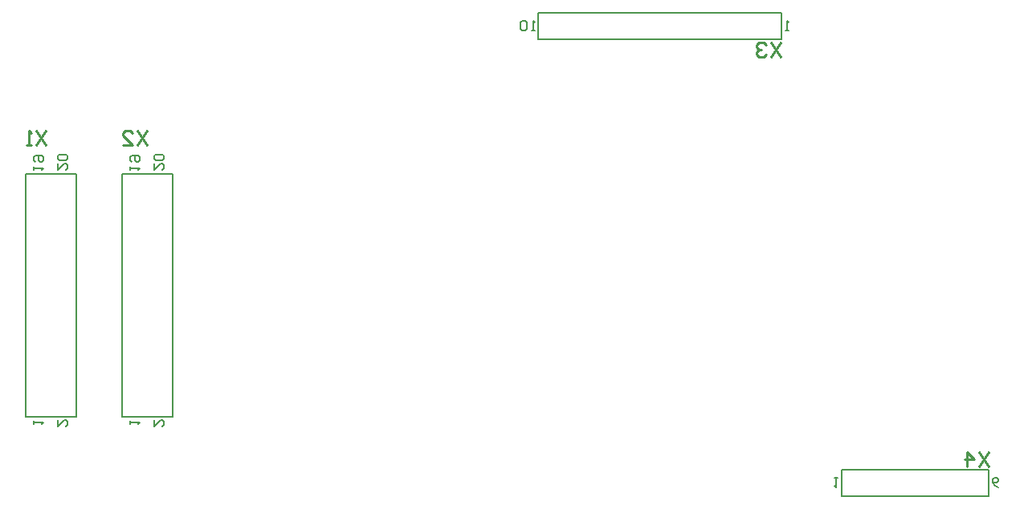
<source format=gbo>
G04*
G04 #@! TF.GenerationSoftware,Altium Limited,Altium Designer,21.2.0 (30)*
G04*
G04 Layer_Color=32896*
%FSLAX25Y25*%
%MOIN*%
G70*
G04*
G04 #@! TF.SameCoordinates,50EEE562-DE44-4F6C-8D0E-6D451127BC4F*
G04*
G04*
G04 #@! TF.FilePolarity,Positive*
G04*
G01*
G75*
%ADD10C,0.00787*%
%ADD12C,0.01000*%
%ADD51C,0.00669*%
D10*
X328335Y192524D02*
Y203524D01*
X227335Y192524D02*
Y203524D01*
X328335D01*
X227335Y192524D02*
X328335D01*
X353335Y13524D02*
X414335D01*
X353335Y2524D02*
X414335D01*
X353335D02*
Y13524D01*
X414335Y2524D02*
Y13524D01*
X54500Y35524D02*
X75500D01*
X54500Y136524D02*
X75500D01*
X75500Y35524D01*
X54500D02*
Y136524D01*
X14500Y35524D02*
X35500D01*
X14500Y136524D02*
X35500D01*
X35500Y35524D01*
X14500D02*
Y136524D01*
D12*
X327833Y190991D02*
X323834Y184993D01*
Y190991D02*
X327833Y184993D01*
X321835Y189991D02*
X320835Y190991D01*
X318836D01*
X317836Y189991D01*
Y188992D01*
X318836Y187992D01*
X319836D01*
X318836D01*
X317836Y186993D01*
Y185993D01*
X318836Y184993D01*
X320835D01*
X321835Y185993D01*
X414447Y20716D02*
X410449Y14717D01*
Y20716D02*
X414447Y14717D01*
X405450D02*
Y20716D01*
X408449Y17717D01*
X404450D01*
X65100Y154298D02*
X61101Y148300D01*
Y154298D02*
X65100Y148300D01*
X55103D02*
X59102D01*
X55103Y152299D01*
Y153298D01*
X56103Y154298D01*
X58102D01*
X59102Y153298D01*
X23100Y154298D02*
X19101Y148300D01*
Y154298D02*
X23100Y148300D01*
X17102D02*
X15103D01*
X16102D01*
Y154298D01*
X17102Y153298D01*
D51*
X225835Y196055D02*
X224523D01*
X225179D01*
Y199991D01*
X225835Y199335D01*
X222555D02*
X221899Y199991D01*
X220587D01*
X219931Y199335D01*
Y196711D01*
X220587Y196055D01*
X221899D01*
X222555Y196711D01*
Y199335D01*
X331335Y196055D02*
X330023D01*
X330679D01*
Y199991D01*
X331335Y199335D01*
X350335Y9992D02*
X351647D01*
X350991D01*
Y6056D01*
X350335Y6712D01*
X418459Y6056D02*
X417147Y6712D01*
X415835Y8024D01*
Y9336D01*
X416491Y9992D01*
X417802D01*
X418459Y9336D01*
Y8680D01*
X417802Y8024D01*
X415835D01*
X68032Y34147D02*
Y31524D01*
X70655Y34147D01*
X71311D01*
X71967Y33492D01*
Y32180D01*
X71311Y31524D01*
X68032Y140647D02*
Y138024D01*
X70655Y140647D01*
X71311D01*
X71967Y139991D01*
Y138680D01*
X71311Y138024D01*
Y141959D02*
X71967Y142615D01*
Y143927D01*
X71311Y144583D01*
X68687D01*
X68032Y143927D01*
Y142615D01*
X68687Y141959D01*
X71311D01*
X58031Y138024D02*
Y139336D01*
Y138680D01*
X61967D01*
X61311Y138024D01*
X58688Y141303D02*
X58031Y141959D01*
Y143271D01*
X58688Y143927D01*
X61311D01*
X61967Y143271D01*
Y141959D01*
X61311Y141303D01*
X60655D01*
X59999Y141959D01*
Y143927D01*
X58031Y32524D02*
Y33836D01*
Y33180D01*
X61967D01*
X61311Y32524D01*
X28032Y34147D02*
Y31524D01*
X30655Y34147D01*
X31311D01*
X31967Y33492D01*
Y32180D01*
X31311Y31524D01*
X28032Y140647D02*
Y138024D01*
X30655Y140647D01*
X31311D01*
X31967Y139991D01*
Y138680D01*
X31311Y138024D01*
Y141959D02*
X31967Y142615D01*
Y143927D01*
X31311Y144583D01*
X28687D01*
X28032Y143927D01*
Y142615D01*
X28687Y141959D01*
X31311D01*
X18032Y138024D02*
Y139336D01*
Y138680D01*
X21967D01*
X21311Y138024D01*
X18687Y141303D02*
X18032Y141959D01*
Y143271D01*
X18687Y143927D01*
X21311D01*
X21967Y143271D01*
Y141959D01*
X21311Y141303D01*
X20655D01*
X19999Y141959D01*
Y143927D01*
X18032Y32524D02*
Y33836D01*
Y33180D01*
X21967D01*
X21311Y32524D01*
M02*

</source>
